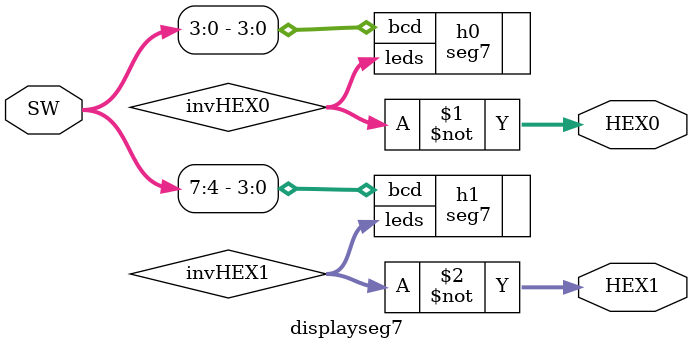
<source format=sv>
module displayseg7 (SW, HEX0, HEX1);
	input logic [9:0] SW;
	output logic [6:0] HEX0, HEX1;
	logic [6:0] invHEX0, invHEX1;
	
	seg7 h0 (.bcd(SW[3:0]), .leds(invHEX0));
	seg7 h1 (.bcd(SW[7:4]), .leds(invHEX1));

	assign HEX0 = ~invHEX0;
	assign HEX1 = ~invHEX1;
endmodule

</source>
